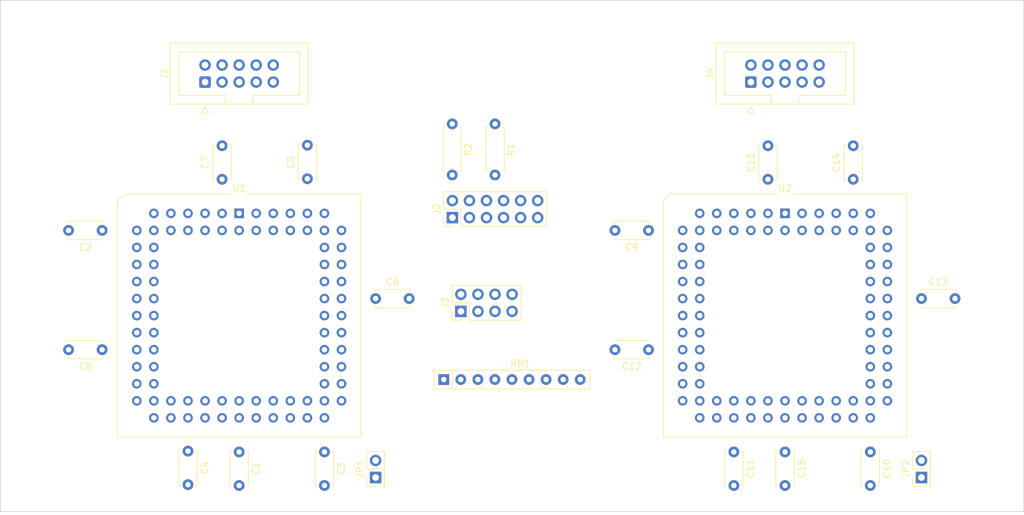
<source format=kicad_pcb>
(kicad_pcb (version 20211014) (generator pcbnew)
  (layers (0 "F.Cu" signal) (31 "B.Cu" signal) (34 "B.Paste" user) (35 "F.Paste" user) (36 "B.SilkS" user "B.Silkscreen") (37 "F.SilkS" user "F.Silkscreen") (38 "B.Mask" user) (39 "F.Mask" user) (44 "Edge.Cuts" user))
  (net 0 "")
  (net 1 "/VCC1")
  (net 2 "GND")
  (net 3 "/VCC2")
  (net 4 "TCK-1")
  (net 5 "TDO-1")
  (net 6 "TMS-1")
  (net 10 "TDI-1")
  (net 11 "ZERO")
  (net 12 "Q7")
  (net 13 "Q6")
  (net 14 "Q5")
  (net 15 "Q4")
  (net 16 "Q3")
  (net 17 "Q2")
  (net 18 "R7")
  (net 19 "R6")
  (net 20 "R5")
  (net 21 "R4")
  (net 22 "TCK-2")
  (net 23 "TDO-2")
  (net 24 "TMS-2")
  (net 28 "TDI-2")
  (net 29 "/VCC")
  (net 30 "~{CPU-RESET}")
  (net 31 "~{IM2-S1}")
  (net 32 "INT-I2C")
  (net 33 "6WS")
  (net 34 "8WS")
  (net 35 "5WS")
  (net 36 "7WS")
  (net 37 "4WS")
  (net 38 "~{IM2-S0}")
  (net 39 "~{IM2-EN}")
  (net 40 "3WS")
  (net 41 "~{IM2-IEO}")
  (net 42 "2WS")
  (net 43 "~{IM2-INT}")
  (net 44 "~{IM2-S2}")
  (net 45 "1WS")
  (net 46 "~{FP-LATCH}")
  (net 47 "CPU-A2")
  (net 48 "~{CS-MAP}")
  (net 49 "~{PAGE-WR}")
  (net 50 "FP-LATCH-WR")
  (net 51 "~{PAGE-EN}")
  (net 52 "READY")
  (net 53 "DATA-DIR")
  (net 54 "~{FP-LATCH-RD}")
  (net 55 "~{A-PRIME}")
  (net 56 "RESET")
  (net 57 "SEL-A15")
  (net 58 "SEL-A14")
  (net 59 "~{CS-I2C}")
  (net 60 "~{CS-I2C-WR}")
  (net 62 "~{EIRQ2}")
  (net 63 "mA15")
  (net 64 "CPU-A1")
  (net 65 "~{CPU-RD}")
  (net 66 "IO-SEL")
  (net 67 "~{EIRQ5}")
  (net 68 "~{EIRQ3}")
  (net 69 "~{INT-I2C}")
  (net 70 "~{EIRQ7}")
  (net 71 "mA14")
  (net 72 "CPU-A14")
  (net 73 "~{CPU-IORQ}")
  (net 74 "~{CPU-MREQ}")
  (net 75 "~{DMA-IEO2}")
  (net 77 "CPU-A15")
  (net 78 "WS-MEMWR")
  (net 79 "~{A}")
  (net 80 "WS-MEMRD")
  (net 81 "~{EIRQ1}")
  (net 82 "~{EIRQ4}")
  (net 83 "~{EIRQ0}")
  (net 84 "~{EIRQ6}")
  (net 85 "CPU-D0")
  (net 86 "~{CPU-RFSH}")
  (net 87 "WS-IORD")
  (net 88 "~{CPU-WR}")
  (net 89 "~{CPU-M1}")
  (net 90 "~{DMA-IEI1}")
  (net 91 "CLK")
  (net 92 "WS-IOWR")
  (net 93 "~{DMA-CS2}")
  (net 94 "DATA-XFER")
  (net 95 "~{DMA-CS1}")
  (net 96 "~{BUSRQ}")
  (net 97 "~{BUS-EN}")
  (net 98 "~{DREQ1}")
  (net 101 "CPU-A3")
  (net 102 "CPU-A0")
  (net 103 "~{DMA-RESET1}")
  (net 104 "DMA-RDY2")
  (net 105 "DMA-RDY1")
  (net 106 "~{DMA-RESET2}")
  (net 107 "~{CS-UART}")
  (net 108 "~{DMA-INT-PULSE2}")
  (net 112 "BUSACK")
  (net 115 "CPU-A4")
  (net 116 "CPU-A7")
  (net 117 "CPU-A6")
  (net 118 "CPU-A5")
  (net 125 "~{DMA-BAO2}")
  (net 126 "~{DREQ0}")
  (net 128 "~{CPU-WAIT}")
  (net 129 "CPU-D3")
  (net 130 "CPU-D2")
  (net 132 "~{DMA-INT-PULSE1}")
  (net 133 "~{CPU-BUSACK}")
  (footprint "Package_LCC:PLCC-84_THT-Socket" (layer "F.Cu") (at 193.04 82.55)
    (fp_text reference "U2" (at 0 -3.77) (layer "F.SilkS"))
    (fp_text value "EPM7064S-PLCC-84")
    (pad "1" thru_hole rect (at 0 0) (size 1.4224 1.4224) (drill 0.8) (layers *.Cu *.Mask) (net 30 "~{CPU-RESET}"))
    (pad "2" thru_hole circle (at 0 2.54) (size 1.4224 1.4224) (drill 0.8) (layers *.Cu *.Mask) (net 2 "GND"))
    (pad "3" thru_hole circle (at -2.54 0) (size 1.4224 1.4224) (drill 0.8) (layers *.Cu *.Mask) (net 3 "/VCC2"))
    (pad "4" thru_hole circle (at -2.54 2.54) (size 1.4224 1.4224) (drill 0.8) (layers *.Cu *.Mask) (net 93 "~{DMA-CS2}"))
    (pad "5" thru_hole circle (at -5.08 0) (size 1.4224 1.4224) (drill 0.8) (layers *.Cu *.Mask) (net 66 "IO-SEL"))
    (pad "6" thru_hole circle (at -5.08 2.54) (size 1.4224 1.4224) (drill 0.8) (layers *.Cu *.Mask) (net 94 "DATA-XFER"))
    (pad "7" thru_hole circle (at -7.62 0) (size 1.4224 1.4224) (drill 0.8) (layers *.Cu *.Mask) (net 2 "GND"))
    (pad "8" thru_hole circle (at -7.62 2.54) (size 1.4224 1.4224) (drill 0.8) (layers *.Cu *.Mask) (net 95 "~{DMA-CS1}"))
    (pad "9" thru_hole circle (at -10.16 0) (size 1.4224 1.4224) (drill 0.8) (layers *.Cu *.Mask) (net 46 "~{FP-LATCH}"))
    (pad "10" thru_hole circle (at -10.16 2.54) (size 1.4224 1.4224) (drill 0.8) (layers *.Cu *.Mask) (net 96 "~{BUSRQ}"))
    (pad "11" thru_hole circle (at -12.7 0) (size 1.4224 1.4224) (drill 0.8) (layers *.Cu *.Mask) (net 18 "R7"))
    (pad "12" thru_hole circle (at -15.24 2.54) (size 1.4224 1.4224) (drill 0.8) (layers *.Cu *.Mask) (net 97 "~{BUS-EN}"))
    (pad "13" thru_hole circle (at -12.7 2.54) (size 1.4224 1.4224) (drill 0.8) (layers *.Cu *.Mask) (net 3 "/VCC2"))
    (pad "14" thru_hole circle (at -15.24 5.08) (size 1.4224 1.4224) (drill 0.8) (layers *.Cu *.Mask) (net 28 "TDI-2"))
    (pad "15" thru_hole circle (at -12.7 5.08) (size 1.4224 1.4224) (drill 0.8) (layers *.Cu *.Mask) (net 17 "Q2"))
    (pad "16" thru_hole circle (at -15.24 7.62) (size 1.4224 1.4224) (drill 0.8) (layers *.Cu *.Mask) (net 16 "Q3"))
    (pad "17" thru_hole circle (at -12.7 7.62) (size 1.4224 1.4224) (drill 0.8) (layers *.Cu *.Mask) (net 98 "~{DREQ1}"))
    (pad "18" thru_hole circle (at -15.24 10.16) (size 1.4224 1.4224) (drill 0.8) (layers *.Cu *.Mask) (net 14 "Q5"))
    (pad "19" thru_hole circle (at -12.7 10.16) (size 1.4224 1.4224) (drill 0.8) (layers *.Cu *.Mask) (net 2 "GND"))
    (pad "20" thru_hole circle (at -15.24 12.7) (size 1.4224 1.4224) (drill 0.8) (layers *.Cu *.Mask) (net 47 "CPU-A2"))
    (pad "21" thru_hole circle (at -12.7 12.7) (size 1.4224 1.4224) (drill 0.8) (layers *.Cu *.Mask))
    (pad "22" thru_hole circle (at -15.24 15.24) (size 1.4224 1.4224) (drill 0.8) (layers *.Cu *.Mask))
    (pad "23" thru_hole circle (at -12.7 15.24) (size 1.4224 1.4224) (drill 0.8) (layers *.Cu *.Mask) (net 24 "TMS-2"))
    (pad "24" thru_hole circle (at -15.24 17.78) (size 1.4224 1.4224) (drill 0.8) (layers *.Cu *.Mask) (net 101 "CPU-A3"))
    (pad "25" thru_hole circle (at -12.7 17.78) (size 1.4224 1.4224) (drill 0.8) (layers *.Cu *.Mask) (net 21 "R4"))
    (pad "26" thru_hole circle (at -15.24 20.32) (size 1.4224 1.4224) (drill 0.8) (layers *.Cu *.Mask) (net 3 "/VCC2"))
    (pad "27" thru_hole circle (at -12.7 20.32) (size 1.4224 1.4224) (drill 0.8) (layers *.Cu *.Mask) (net 102 "CPU-A0"))
    (pad "28" thru_hole circle (at -15.24 22.86) (size 1.4224 1.4224) (drill 0.8) (layers *.Cu *.Mask) (net 103 "~{DMA-RESET1}"))
    (pad "29" thru_hole circle (at -12.7 22.86) (size 1.4224 1.4224) (drill 0.8) (layers *.Cu *.Mask) (net 104 "DMA-RDY2"))
    (pad "30" thru_hole circle (at -15.24 25.4) (size 1.4224 1.4224) (drill 0.8) (layers *.Cu *.Mask) (net 105 "DMA-RDY1"))
    (pad "31" thru_hole circle (at -12.7 25.4) (size 1.4224 1.4224) (drill 0.8) (layers *.Cu *.Mask) (net 106 "~{DMA-RESET2}"))
    (pad "32" thru_hole circle (at -15.24 27.94) (size 1.4224 1.4224) (drill 0.8) (layers *.Cu *.Mask) (net 2 "GND"))
    (pad "33" thru_hole circle (at -12.7 30.48) (size 1.4224 1.4224) (drill 0.8) (layers *.Cu *.Mask) (net 107 "~{CS-UART}"))
    (pad "34" thru_hole circle (at -12.7 27.94) (size 1.4224 1.4224) (drill 0.8) (layers *.Cu *.Mask) (net 64 "CPU-A1"))
    (pad "35" thru_hole circle (at -10.16 30.48) (size 1.4224 1.4224) (drill 0.8) (layers *.Cu *.Mask) (net 108 "~{DMA-INT-PULSE2}"))
    (pad "36" thru_hole circle (at -10.16 27.94) (size 1.4224 1.4224) (drill 0.8) (layers *.Cu *.Mask) (net 48 "~{CS-MAP}"))
    (pad "37" thru_hole circle (at -7.62 30.48) (size 1.4224 1.4224) (drill 0.8) (layers *.Cu *.Mask) (net 85 "CPU-D0"))
    (pad "38" thru_hole circle (at -7.62 27.94) (size 1.4224 1.4224) (drill 0.8) (layers *.Cu *.Mask) (net 3 "/VCC2"))
    (pad "39" thru_hole circle (at -5.08 30.48) (size 1.4224 1.4224) (drill 0.8) (layers *.Cu *.Mask))
    (pad "40" thru_hole circle (at -5.08 27.94) (size 1.4224 1.4224) (drill 0.8) (layers *.Cu *.Mask))
    (pad "41" thru_hole circle (at -2.54 30.48) (size 1.4224 1.4224) (drill 0.8) (layers *.Cu *.Mask))
    (pad "42" thru_hole circle (at -2.54 27.94) (size 1.4224 1.4224) (drill 0.8) (layers *.Cu *.Mask) (net 2 "GND"))
    (pad "43" thru_hole circle (at 0 30.48) (size 1.4224 1.4224) (drill 0.8) (layers *.Cu *.Mask) (net 3 "/VCC2"))
    (pad "44" thru_hole circle (at 0 27.94) (size 1.4224 1.4224) (drill 0.8) (layers *.Cu *.Mask) (net 112 "BUSACK"))
    (pad "45" thru_hole circle (at 2.54 30.48) (size 1.4224 1.4224) (drill 0.8) (layers *.Cu *.Mask))
    (pad "46" thru_hole circle (at 2.54 27.94) (size 1.4224 1.4224) (drill 0.8) (layers *.Cu *.Mask) (net 85 "CPU-D0"))
    (pad "47" thru_hole circle (at 5.08 30.48) (size 1.4224 1.4224) (drill 0.8) (layers *.Cu *.Mask) (net 2 "GND"))
    (pad "48" thru_hole circle (at 5.08 27.94) (size 1.4224 1.4224) (drill 0.8) (layers *.Cu *.Mask))
    (pad "49" thru_hole circle (at 7.62 30.48) (size 1.4224 1.4224) (drill 0.8) (layers *.Cu *.Mask) (net 115 "CPU-A4"))
    (pad "50" thru_hole circle (at 7.62 27.94) (size 1.4224 1.4224) (drill 0.8) (layers *.Cu *.Mask) (net 116 "CPU-A7"))
    (pad "51" thru_hole circle (at 10.16 30.48) (size 1.4224 1.4224) (drill 0.8) (layers *.Cu *.Mask) (net 117 "CPU-A6"))
    (pad "52" thru_hole circle (at 10.16 27.94) (size 1.4224 1.4224) (drill 0.8) (layers *.Cu *.Mask) (net 118 "CPU-A5"))
    (pad "53" thru_hole circle (at 12.7 30.48) (size 1.4224 1.4224) (drill 0.8) (layers *.Cu *.Mask) (net 3 "/VCC2"))
    (pad "54" thru_hole circle (at 15.24 27.94) (size 1.4224 1.4224) (drill 0.8) (layers *.Cu *.Mask))
    (pad "55" thru_hole circle (at 12.7 27.94) (size 1.4224 1.4224) (drill 0.8) (layers *.Cu *.Mask))
    (pad "56" thru_hole circle (at 15.24 25.4) (size 1.4224 1.4224) (drill 0.8) (layers *.Cu *.Mask) (net 20 "R5"))
    (pad "57" thru_hole circle (at 12.7 25.4) (size 1.4224 1.4224) (drill 0.8) (layers *.Cu *.Mask))
    (pad "58" thru_hole circle (at 15.24 22.86) (size 1.4224 1.4224) (drill 0.8) (layers *.Cu *.Mask) (net 19 "R6"))
    (pad "59" thru_hole circle (at 12.7 22.86) (size 1.4224 1.4224) (drill 0.8) (layers *.Cu *.Mask) (net 2 "GND"))
    (pad "60" thru_hole circle (at 15.24 20.32) (size 1.4224 1.4224) (drill 0.8) (layers *.Cu *.Mask) (net 89 "~{CPU-M1}"))
    (pad "61" thru_hole circle (at 12.7 20.32) (size 1.4224 1.4224) (drill 0.8) (layers *.Cu *.Mask) (net 73 "~{CPU-IORQ}"))
    (pad "62" thru_hole circle (at 15.24 17.78) (size 1.4224 1.4224) (drill 0.8) (layers *.Cu *.Mask) (net 22 "TCK-2"))
    (pad "63" thru_hole circle (at 12.7 17.78) (size 1.4224 1.4224) (drill 0.8) (layers *.Cu *.Mask))
    (pad "64" thru_hole circle (at 15.24 15.24) (size 1.4224 1.4224) (drill 0.8) (layers *.Cu *.Mask))
    (pad "65" thru_hole circle (at 12.7 15.24) (size 1.4224 1.4224) (drill 0.8) (layers *.Cu *.Mask))
    (pad "66" thru_hole circle (at 15.24 12.7) (size 1.4224 1.4224) (drill 0.8) (layers *.Cu *.Mask) (net 3 "/VCC2"))
    (pad "67" thru_hole circle (at 12.7 12.7) (size 1.4224 1.4224) (drill 0.8) (layers *.Cu *.Mask) (net 125 "~{DMA-BAO2}"))
    (pad "68" thru_hole circle (at 15.24 10.16) (size 1.4224 1.4224) (drill 0.8) (layers *.Cu *.Mask) (net 88 "~{CPU-WR}"))
    (pad "69" thru_hole circle (at 12.7 10.16) (size 1.4224 1.4224) (drill 0.8) (layers *.Cu *.Mask) (net 15 "Q4"))
    (pad "70" thru_hole circle (at 15.24 7.62) (size 1.4224 1.4224) (drill 0.8) (layers *.Cu *.Mask) (net 126 "~{DREQ0}"))
    (pad "71" thru_hole circle (at 12.7 7.62) (size 1.4224 1.4224) (drill 0.8) (layers *.Cu *.Mask) (net 23 "TDO-2"))
    (pad "72" thru_hole circle (at 15.24 5.08) (size 1.4224 1.4224) (drill 0.8) (layers *.Cu *.Mask) (net 2 "GND"))
    (pad "73" thru_hole circle (at 12.7 5.08) (size 1.4224 1.4224) (drill 0.8) (layers *.Cu *.Mask))
    (pad "74" thru_hole circle (at 15.24 2.54) (size 1.4224 1.4224) (drill 0.8) (layers *.Cu *.Mask) (net 128 "~{CPU-WAIT}"))
    (pad "75" thru_hole circle (at 12.7 0) (size 1.4224 1.4224) (drill 0.8) (layers *.Cu *.Mask) (net 129 "CPU-D3"))
    (pad "76" thru_hole circle (at 12.7 2.54) (size 1.4224 1.4224) (drill 0.8) (layers *.Cu *.Mask) (net 130 "CPU-D2"))
    (pad "77" thru_hole circle (at 10.16 0) (size 1.4224 1.4224) (drill 0.8) (layers *.Cu *.Mask))
    (pad "78" thru_hole circle (at 10.16 2.54) (size 1.4224 1.4224) (drill 0.8) (layers *.Cu *.Mask) (net 3 "/VCC2"))
    (pad "79" thru_hole circle (at 7.62 0) (size 1.4224 1.4224) (drill 0.8) (layers *.Cu *.Mask) (net 132 "~{DMA-INT-PULSE1}"))
    (pad "80" thru_hole circle (at 7.62 2.54) (size 1.4224 1.4224) (drill 0.8) (layers *.Cu *.Mask) (net 12 "Q7"))
    (pad "81" thru_hole circle (at 5.08 0) (size 1.4224 1.4224) (drill 0.8) (layers *.Cu *.Mask) (net 13 "Q6"))
    (pad "82" thru_hole circle (at 5.08 2.54) (size 1.4224 1.4224) (drill 0.8) (layers *.Cu *.Mask) (net 2 "GND"))
    (pad "83" thru_hole circle (at 2.54 0) (size 1.4224 1.4224) (drill 0.8) (layers *.Cu *.Mask) (net 2 "GND"))
    (pad "84" thru_hole circle (at 2.54 2.54) (size 1.4224 1.4224) (drill 0.8) (layers *.Cu *.Mask) (net 133 "~{CPU-BUSACK}"))
  )
  (footprint "Capacitor_THT:C_Disc_D5.0mm_W2.5mm_P5.00mm" (layer "F.Cu") (at 91.36 102.87 180)
    (fp_text reference "C8" (at 2.5 -2.5) (layer "F.SilkS"))
    (fp_text value "0.1u")
    (pad "1" thru_hole circle (at 0 0 180) (size 1.6 1.6) (drill 0.8) (layers *.Cu *.Mask) (net 1 "/VCC1"))
    (pad "2" thru_hole circle (at 5 0 180) (size 1.6 1.6) (drill 0.8) (layers *.Cu *.Mask) (net 2 "GND"))
  )
  (footprint "Capacitor_THT:C_Disc_D5.0mm_W2.5mm_P5.00mm" (layer "F.Cu") (at 121.92 77.39 90)
    (fp_text reference "C5" (at 2.5 -2.5 90) (layer "F.SilkS"))
    (fp_text value "0.1u")
    (pad "1" thru_hole circle (at 0 0 90) (size 1.6 1.6) (drill 0.8) (layers *.Cu *.Mask) (net 1 "/VCC1"))
    (pad "2" thru_hole circle (at 5 0 90) (size 1.6 1.6) (drill 0.8) (layers *.Cu *.Mask) (net 2 "GND"))
  )
  (footprint "Package_LCC:PLCC-84_THT-Socket" (layer "F.Cu") (at 111.76 82.55)
    (fp_text reference "U1" (at 0 -3.77) (layer "F.SilkS"))
    (fp_text value "EPM7064S-PLCC-84")
    (pad "1" thru_hole rect (at 0 0) (size 1.4224 1.4224) (drill 0.8) (layers *.Cu *.Mask) (net 30 "~{CPU-RESET}"))
    (pad "2" thru_hole circle (at 0 2.54) (size 1.4224 1.4224) (drill 0.8) (layers *.Cu *.Mask) (net 2 "GND"))
    (pad "3" thru_hole circle (at -2.54 0) (size 1.4224 1.4224) (drill 0.8) (layers *.Cu *.Mask) (net 1 "/VCC1"))
    (pad "4" thru_hole circle (at -2.54 2.54) (size 1.4224 1.4224) (drill 0.8) (layers *.Cu *.Mask) (net 31 "~{IM2-S1}"))
    (pad "5" thru_hole circle (at -5.08 0) (size 1.4224 1.4224) (drill 0.8) (layers *.Cu *.Mask) (net 32 "INT-I2C"))
    (pad "6" thru_hole circle (at -5.08 2.54) (size 1.4224 1.4224) (drill 0.8) (layers *.Cu *.Mask) (net 33 "6WS"))
    (pad "7" thru_hole circle (at -7.62 0) (size 1.4224 1.4224) (drill 0.8) (layers *.Cu *.Mask) (net 2 "GND"))
    (pad "8" thru_hole circle (at -7.62 2.54) (size 1.4224 1.4224) (drill 0.8) (layers *.Cu *.Mask) (net 34 "8WS"))
    (pad "9" thru_hole circle (at -10.16 0) (size 1.4224 1.4224) (drill 0.8) (layers *.Cu *.Mask) (net 35 "5WS"))
    (pad "10" thru_hole circle (at -10.16 2.54) (size 1.4224 1.4224) (drill 0.8) (layers *.Cu *.Mask) (net 36 "7WS"))
    (pad "11" thru_hole circle (at -12.7 0) (size 1.4224 1.4224) (drill 0.8) (layers *.Cu *.Mask) (net 37 "4WS"))
    (pad "12" thru_hole circle (at -15.24 2.54) (size 1.4224 1.4224) (drill 0.8) (layers *.Cu *.Mask) (net 38 "~{IM2-S0}"))
    (pad "13" thru_hole circle (at -12.7 2.54) (size 1.4224 1.4224) (drill 0.8) (layers *.Cu *.Mask) (net 1 "/VCC1"))
    (pad "14" thru_hole circle (at -15.24 5.08) (size 1.4224 1.4224) (drill 0.8) (layers *.Cu *.Mask) (net 10 "TDI-1"))
    (pad "15" thru_hole circle (at -12.7 5.08) (size 1.4224 1.4224) (drill 0.8) (layers *.Cu *.Mask) (net 39 "~{IM2-EN}"))
    (pad "16" thru_hole circle (at -15.24 7.62) (size 1.4224 1.4224) (drill 0.8) (layers *.Cu *.Mask) (net 40 "3WS"))
    (pad "17" thru_hole circle (at -12.7 7.62) (size 1.4224 1.4224) (drill 0.8) (layers *.Cu *.Mask) (net 41 "~{IM2-IEO}"))
    (pad "18" thru_hole circle (at -15.24 10.16) (size 1.4224 1.4224) (drill 0.8) (layers *.Cu *.Mask) (net 42 "2WS"))
    (pad "19" thru_hole circle (at -12.7 10.16) (size 1.4224 1.4224) (drill 0.8) (layers *.Cu *.Mask) (net 2 "GND"))
    (pad "20" thru_hole circle (at -15.24 12.7) (size 1.4224 1.4224) (drill 0.8) (layers *.Cu *.Mask) (net 43 "~{IM2-INT}"))
    (pad "21" thru_hole circle (at -12.7 12.7) (size 1.4224 1.4224) (drill 0.8) (layers *.Cu *.Mask) (net 44 "~{IM2-S2}"))
    (pad "22" thru_hole circle (at -15.24 15.24) (size 1.4224 1.4224) (drill 0.8) (layers *.Cu *.Mask) (net 45 "1WS"))
    (pad "23" thru_hole circle (at -12.7 15.24) (size 1.4224 1.4224) (drill 0.8) (layers *.Cu *.Mask) (net 6 "TMS-1"))
    (pad "24" thru_hole circle (at -15.24 17.78) (size 1.4224 1.4224) (drill 0.8) (layers *.Cu *.Mask) (net 46 "~{FP-LATCH}"))
    (pad "25" thru_hole circle (at -12.7 17.78) (size 1.4224 1.4224) (drill 0.8) (layers *.Cu *.Mask) (net 47 "CPU-A2"))
    (pad "26" thru_hole circle (at -15.24 20.32) (size 1.4224 1.4224) (drill 0.8) (layers *.Cu *.Mask) (net 1 "/VCC1"))
    (pad "27" thru_hole circle (at -12.7 20.32) (size 1.4224 1.4224) (drill 0.8) (layers *.Cu *.Mask) (net 48 "~{CS-MAP}"))
    (pad "28" thru_hole circle (at -15.24 22.86) (size 1.4224 1.4224) (drill 0.8) (layers *.Cu *.Mask) (net 49 "~{PAGE-WR}"))
    (pad "29" thru_hole circle (at -12.7 22.86) (size 1.4224 1.4224) (drill 0.8) (layers *.Cu *.Mask) (net 50 "FP-LATCH-WR"))
    (pad "30" thru_hole circle (at -15.24 25.4) (size 1.4224 1.4224) (drill 0.8) (layers *.Cu *.Mask) (net 51 "~{PAGE-EN}"))
    (pad "31" thru_hole circle (at -12.7 25.4) (size 1.4224 1.4224) (drill 0.8) (layers *.Cu *.Mask) (net 52 "READY"))
    (pad "32" thru_hole circle (at -15.24 27.94) (size 1.4224 1.4224) (drill 0.8) (layers *.Cu *.Mask) (net 2 "GND"))
    (pad "33" thru_hole circle (at -12.7 30.48) (size 1.4224 1.4224) (drill 0.8) (layers *.Cu *.Mask) (net 53 "DATA-DIR"))
    (pad "34" thru_hole circle (at -12.7 27.94) (size 1.4224 1.4224) (drill 0.8) (layers *.Cu *.Mask) (net 54 "~{FP-LATCH-RD}"))
    (pad "35" thru_hole circle (at -10.16 30.48) (size 1.4224 1.4224) (drill 0.8) (layers *.Cu *.Mask) (net 55 "~{A-PRIME}"))
    (pad "36" thru_hole circle (at -10.16 27.94) (size 1.4224 1.4224) (drill 0.8) (layers *.Cu *.Mask) (net 56 "RESET"))
    (pad "37" thru_hole circle (at -7.62 30.48) (size 1.4224 1.4224) (drill 0.8) (layers *.Cu *.Mask) (net 57 "SEL-A15"))
    (pad "38" thru_hole circle (at -7.62 27.94) (size 1.4224 1.4224) (drill 0.8) (layers *.Cu *.Mask) (net 1 "/VCC1"))
    (pad "39" thru_hole circle (at -5.08 30.48) (size 1.4224 1.4224) (drill 0.8) (layers *.Cu *.Mask) (net 58 "SEL-A14"))
    (pad "40" thru_hole circle (at -5.08 27.94) (size 1.4224 1.4224) (drill 0.8) (layers *.Cu *.Mask) (net 59 "~{CS-I2C}"))
    (pad "41" thru_hole circle (at -2.54 30.48) (size 1.4224 1.4224) (drill 0.8) (layers *.Cu *.Mask) (net 60 "~{CS-I2C-WR}"))
    (pad "42" thru_hole circle (at -2.54 27.94) (size 1.4224 1.4224) (drill 0.8) (layers *.Cu *.Mask) (net 2 "GND"))
    (pad "43" thru_hole circle (at 0 30.48) (size 1.4224 1.4224) (drill 0.8) (layers *.Cu *.Mask) (net 1 "/VCC1"))
    (pad "44" thru_hole circle (at 0 27.94) (size 1.4224 1.4224) (drill 0.8) (layers *.Cu *.Mask))
    (pad "45" thru_hole circle (at 2.54 30.48) (size 1.4224 1.4224) (drill 0.8) (layers *.Cu *.Mask) (net 62 "~{EIRQ2}"))
    (pad "46" thru_hole circle (at 2.54 27.94) (size 1.4224 1.4224) (drill 0.8) (layers *.Cu *.Mask) (net 63 "mA15"))
    (pad "47" thru_hole circle (at 5.08 30.48) (size 1.4224 1.4224) (drill 0.8) (layers *.Cu *.Mask) (net 2 "GND"))
    (pad "48" thru_hole circle (at 5.08 27.94) (size 1.4224 1.4224) (drill 0.8) (layers *.Cu *.Mask) (net 64 "CPU-A1"))
    (pad "49" thru_hole circle (at 7.62 30.48) (size 1.4224 1.4224) (drill 0.8) (layers *.Cu *.Mask) (net 65 "~{CPU-RD}"))
    (pad "50" thru_hole circle (at 7.62 27.94) (size 1.4224 1.4224) (drill 0.8) (layers *.Cu *.Mask) (net 66 "IO-SEL"))
    (pad "51" thru_hole circle (at 10.16 30.48) (size 1.4224 1.4224) (drill 0.8) (layers *.Cu *.Mask) (net 67 "~{EIRQ5}"))
    (pad "52" thru_hole circle (at 10.16 27.94) (size 1.4224 1.4224) (drill 0.8) (layers *.Cu *.Mask) (net 68 "~{EIRQ3}"))
    (pad "53" thru_hole circle (at 12.7 30.48) (size 1.4224 1.4224) (drill 0.8) (layers *.Cu *.Mask) (net 1 "/VCC1"))
    (pad "54" thru_hole circle (at 15.24 27.94) (size 1.4224 1.4224) (drill 0.8) (layers *.Cu *.Mask) (net 69 "~{INT-I2C}"))
    (pad "55" thru_hole circle (at 12.7 27.94) (size 1.4224 1.4224) (drill 0.8) (layers *.Cu *.Mask) (net 70 "~{EIRQ7}"))
    (pad "56" thru_hole circle (at 15.24 25.4) (size 1.4224 1.4224) (drill 0.8) (layers *.Cu *.Mask) (net 71 "mA14"))
    (pad "57" thru_hole circle (at 12.7 25.4) (size 1.4224 1.4224) (drill 0.8) (layers *.Cu *.Mask) (net 72 "CPU-A14"))
    (pad "58" thru_hole circle (at 15.24 22.86) (size 1.4224 1.4224) (drill 0.8) (layers *.Cu *.Mask) (net 73 "~{CPU-IORQ}"))
    (pad "59" thru_hole circle (at 12.7 22.86) (size 1.4224 1.4224) (drill 0.8) (layers *.Cu *.Mask) (net 2 "GND"))
    (pad "60" thru_hole circle (at 15.24 20.32) (size 1.4224 1.4224) (drill 0.8) (layers *.Cu *.Mask) (net 74 "~{CPU-MREQ}"))
    (pad "61" thru_hole circle (at 12.7 20.32) (size 1.4224 1.4224) (drill 0.8) (layers *.Cu *.Mask) (net 75 "~{DMA-IEO2}"))
    (pad "62" thru_hole circle (at 15.24 17.78) (size 1.4224 1.4224) (drill 0.8) (layers *.Cu *.Mask) (net 4 "TCK-1"))
    (pad "63" thru_hole circle (at 12.7 17.78) (size 1.4224 1.4224) (drill 0.8) (layers *.Cu *.Mask))
    (pad "64" thru_hole circle (at 15.24 15.24) (size 1.4224 1.4224) (drill 0.8) (layers *.Cu *.Mask) (net 77 "CPU-A15"))
    (pad "65" thru_hole circle (at 12.7 15.24) (size 1.4224 1.4224) (drill 0.8) (layers *.Cu *.Mask) (net 78 "WS-MEMWR"))
    (pad "66" thru_hole circle (at 15.24 12.7) (size 1.4224 1.4224) (drill 0.8) (layers *.Cu *.Mask) (net 1 "/VCC1"))
    (pad "67" thru_hole circle (at 12.7 12.7) (size 1.4224 1.4224) (drill 0.8) (layers *.Cu *.Mask) (net 79 "~{A}"))
    (pad "68" thru_hole circle (at 15.24 10.16) (size 1.4224 1.4224) (drill 0.8) (layers *.Cu *.Mask) (net 80 "WS-MEMRD"))
    (pad "69" thru_hole circle (at 12.7 10.16) (size 1.4224 1.4224) (drill 0.8) (layers *.Cu *.Mask) (net 81 "~{EIRQ1}"))
    (pad "70" thru_hole circle (at 15.24 7.62) (size 1.4224 1.4224) (drill 0.8) (layers *.Cu *.Mask) (net 82 "~{EIRQ4}"))
    (pad "71" thru_hole circle (at 12.7 7.62) (size 1.4224 1.4224) (drill 0.8) (layers *.Cu *.Mask) (net 5 "TDO-1"))
    (pad "72" thru_hole circle (at 15.24 5.08) (size 1.4224 1.4224) (drill 0.8) (layers *.Cu *.Mask) (net 2 "GND"))
    (pad "73" thru_hole circle (at 12.7 5.08) (size 1.4224 1.4224) (drill 0.8) (layers *.Cu *.Mask) (net 83 "~{EIRQ0}"))
    (pad "74" thru_hole circle (at 15.24 2.54) (size 1.4224 1.4224) (drill 0.8) (layers *.Cu *.Mask) (net 84 "~{EIRQ6}"))
    (pad "75" thru_hole circle (at 12.7 0) (size 1.4224 1.4224) (drill 0.8) (layers *.Cu *.Mask) (net 85 "CPU-D0"))
    (pad "76" thru_hole circle (at 12.7 2.54) (size 1.4224 1.4224) (drill 0.8) (layers *.Cu *.Mask) (net 86 "~{CPU-RFSH}"))
    (pad "77" thru_hole circle (at 10.16 0) (size 1.4224 1.4224) (drill 0.8) (layers *.Cu *.Mask) (net 87 "WS-IORD"))
    (pad "78" thru_hole circle (at 10.16 2.54) (size 1.4224 1.4224) (drill 0.8) (layers *.Cu *.Mask) (net 1 "/VCC1"))
    (pad "79" thru_hole circle (at 7.62 0) (size 1.4224 1.4224) (drill 0.8) (layers *.Cu *.Mask) (net 88 "~{CPU-WR}"))
    (pad "80" thru_hole circle (at 7.62 2.54) (size 1.4224 1.4224) (drill 0.8) (layers *.Cu *.Mask) (net 89 "~{CPU-M1}"))
    (pad "81" thru_hole circle (at 5.08 0) (size 1.4224 1.4224) (drill 0.8) (layers *.Cu *.Mask) (net 90 "~{DMA-IEI1}"))
    (pad "82" thru_hole circle (at 5.08 2.54) (size 1.4224 1.4224) (drill 0.8) (layers *.Cu *.Mask) (net 2 "GND"))
    (pad "83" thru_hole circle (at 2.54 0) (size 1.4224 1.4224) (drill 0.8) (layers *.Cu *.Mask) (net 91 "CLK"))
    (pad "84" thru_hole circle (at 2.54 2.54) (size 1.4224 1.4224) (drill 0.8) (layers *.Cu *.Mask) (net 92 "WS-IOWR"))
  )
  (footprint "Capacitor_THT:C_Disc_D5.0mm_W2.5mm_P5.00mm" (layer "F.Cu") (at 104.14 117.99 -90)
    (fp_text reference "C4" (at 2.5 -2.5 90) (layer "F.SilkS"))
    (fp_text value "0.1u")
    (pad "1" thru_hole circle (at 0 0 270) (size 1.6 1.6) (drill 0.8) (layers *.Cu *.Mask) (net 1 "/VCC1"))
    (pad "2" thru_hole circle (at 5 0 270) (size 1.6 1.6) (drill 0.8) (layers *.Cu *.Mask) (net 2 "GND"))
  )
  (footprint "Capacitor_THT:C_Disc_D5.0mm_W2.5mm_P5.00mm" (layer "F.Cu") (at 111.76 118.11 -90)
    (fp_text reference "C1" (at 2.5 -2.5 90) (layer "F.SilkS"))
    (fp_text value "0.1u")
    (pad "1" thru_hole circle (at 0 0 270) (size 1.6 1.6) (drill 0.8) (layers *.Cu *.Mask) (net 1 "/VCC1"))
    (pad "2" thru_hole circle (at 5 0 270) (size 1.6 1.6) (drill 0.8) (layers *.Cu *.Mask) (net 2 "GND"))
  )
  (footprint "Connector_PinHeader_2.54mm:PinHeader_2x01_P2.54mm_Vertical" (layer "F.Cu") (at 132.08 121.92 90)
    (fp_text reference "JP1" (at 1.27 -2.33 90) (layer "F.SilkS"))
    (fp_text value "Jumper_2_Bridged")
    (pad "1" thru_hole rect (at 0 0 90) (size 1.7 1.7) (drill 1) (layers *.Cu *.Mask) (net 29 "/VCC"))
    (pad "2" thru_hole oval (at 2.54 0 90) (size 1.7 1.7) (drill 1) (layers *.Cu *.Mask) (net 1 "/VCC1"))
  )
  (footprint "Connector_PinHeader_2.54mm:PinHeader_2x06_P2.54mm_Vertical" (layer "F.Cu") (at 143.51 83.19 90)
    (fp_text reference "J2" (at 1.27 -2.33 90) (layer "F.SilkS"))
    (fp_text value "Conn_02x06_Odd_Even")
    (pad "1" thru_hole rect (at 0 0 90) (size 1.7 1.7) (drill 1) (layers *.Cu *.Mask) (net 11 "ZERO"))
    (pad "2" thru_hole oval (at 2.54 0 90) (size 1.7 1.7) (drill 1) (layers *.Cu *.Mask) (net 12 "Q7"))
    (pad "3" thru_hole oval (at 0 2.54 90) (size 1.7 1.7) (drill 1) (layers *.Cu *.Mask) (net 11 "ZERO"))
    (pad "4" thru_hole oval (at 2.54 2.54 90) (size 1.7 1.7) (drill 1) (layers *.Cu *.Mask) (net 13 "Q6"))
    (pad "5" thru_hole oval (at 0 5.08 90) (size 1.7 1.7) (drill 1) (layers *.Cu *.Mask) (net 11 "ZERO"))
    (pad "6" thru_hole oval (at 2.54 5.08 90) (size 1.7 1.7) (drill 1) (layers *.Cu *.Mask) (net 14 "Q5"))
    (pad "7" thru_hole oval (at 0 7.62 90) (size 1.7 1.7) (drill 1) (layers *.Cu *.Mask) (net 11 "ZERO"))
    (pad "8" thru_hole oval (at 2.54 7.62 90) (size 1.7 1.7) (drill 1) (layers *.Cu *.Mask) (net 15 "Q4"))
    (pad "9" thru_hole oval (at 0 10.16 90) (size 1.7 1.7) (drill 1) (layers *.Cu *.Mask) (net 11 "ZERO"))
    (pad "10" thru_hole oval (at 2.54 10.16 90) (size 1.7 1.7) (drill 1) (layers *.Cu *.Mask) (net 16 "Q3"))
    (pad "11" thru_hole oval (at 0 12.7 90) (size 1.7 1.7) (drill 1) (layers *.Cu *.Mask) (net 11 "ZERO"))
    (pad "12" thru_hole oval (at 2.54 12.7 90) (size 1.7 1.7) (drill 1) (layers *.Cu *.Mask) (net 17 "Q2"))
  )
  (footprint "Capacitor_THT:C_Disc_D5.0mm_W2.5mm_P5.00mm" (layer "F.Cu") (at 172.72 85.09 180)
    (fp_text reference "C9" (at 2.5 -2.5) (layer "F.SilkS"))
    (fp_text value "0.1u")
    (pad "1" thru_hole circle (at 0 0 180) (size 1.6 1.6) (drill 0.8) (layers *.Cu *.Mask) (net 3 "/VCC2"))
    (pad "2" thru_hole circle (at 5 0 180) (size 1.6 1.6) (drill 0.8) (layers *.Cu *.Mask) (net 2 "GND"))
  )
  (footprint "Capacitor_THT:C_Disc_D5.0mm_W2.5mm_P5.00mm" (layer "F.Cu") (at 205.74 118.11 -90)
    (fp_text reference "C10" (at 2.5 -2.5 90) (layer "F.SilkS"))
    (fp_text value "0.1u")
    (pad "1" thru_hole circle (at 0 0 270) (size 1.6 1.6) (drill 0.8) (layers *.Cu *.Mask) (net 3 "/VCC2"))
    (pad "2" thru_hole circle (at 5 0 270) (size 1.6 1.6) (drill 0.8) (layers *.Cu *.Mask) (net 2 "GND"))
  )
  (footprint "Capacitor_THT:C_Disc_D5.0mm_W2.5mm_P5.00mm" (layer "F.Cu") (at 91.36 85.09 180)
    (fp_text reference "C2" (at 2.5 -2.5) (layer "F.SilkS"))
    (fp_text value "0.1u")
    (pad "1" thru_hole circle (at 0 0 180) (size 1.6 1.6) (drill 0.8) (layers *.Cu *.Mask) (net 1 "/VCC1"))
    (pad "2" thru_hole circle (at 5 0 180) (size 1.6 1.6) (drill 0.8) (layers *.Cu *.Mask) (net 2 "GND"))
  )
  (footprint "Connector_IDC:IDC-Header_2x05_P2.54mm_Vertical" (layer "F.Cu") (at 187.96 62.9825 90)
    (fp_text reference "J4" (at 1.27 -6.1 90) (layer "F.SilkS"))
    (fp_text value "JTAG-2")
    (pad "1" thru_hole roundrect (at 0 0 90) (size 1.7 1.7) (drill 1) (layers *.Cu *.Mask) (roundrect_rratio 0.147059) (net 22 "TCK-2"))
    (pad "2" thru_hole circle (at 2.54 0 90) (size 1.7 1.7) (drill 1) (layers *.Cu *.Mask) (net 2 "GND"))
    (pad "3" thru_hole circle (at 0 2.54 90) (size 1.7 1.7) (drill 1) (layers *.Cu *.Mask) (net 23 "TDO-2"))
    (pad "4" thru_hole circle (at 2.54 2.54 90) (size 1.7 1.7) (drill 1) (layers *.Cu *.Mask) (net 3 "/VCC2"))
    (pad "5" thru_hole circle (at 0 5.08 90) (size 1.7 1.7) (drill 1) (layers *.Cu *.Mask) (net 24 "TMS-2"))
    (pad "6" thru_hole circle (at 2.54 5.08 90) (size 1.7 1.7) (drill 1) (layers *.Cu *.Mask))
    (pad "7" thru_hole circle (at 0 7.62 90) (size 1.7 1.7) (drill 1) (layers *.Cu *.Mask))
    (pad "8" thru_hole circle (at 2.54 7.62 90) (size 1.7 1.7) (drill 1) (layers *.Cu *.Mask))
    (pad "9" thru_hole circle (at 0 10.16 90) (size 1.7 1.7) (drill 1) (layers *.Cu *.Mask) (net 28 "TDI-2"))
    (pad "10" thru_hole circle (at 2.54 10.16 90) (size 1.7 1.7) (drill 1) (layers *.Cu *.Mask) (net 2 "GND"))
  )
  (footprint "Capacitor_THT:C_Disc_D5.0mm_W2.5mm_P5.00mm" (layer "F.Cu") (at 203.2 77.47 90)
    (fp_text reference "C14" (at 2.5 -2.5 90) (layer "F.SilkS"))
    (fp_text value "0.1u")
    (pad "1" thru_hole circle (at 0 0 90) (size 1.6 1.6) (drill 0.8) (layers *.Cu *.Mask) (net 3 "/VCC2"))
    (pad "2" thru_hole circle (at 5 0 90) (size 1.6 1.6) (drill 0.8) (layers *.Cu *.Mask) (net 2 "GND"))
  )
  (footprint "Connector_IDC:IDC-Header_2x05_P2.54mm_Vertical" (layer "F.Cu") (at 106.68 62.9825 90)
    (fp_text reference "J1" (at 1.27 -6.1 90) (layer "F.SilkS"))
    (fp_text value "JTAG-1")
    (pad "1" thru_hole roundrect (at 0 0 90) (size 1.7 1.7) (drill 1) (layers *.Cu *.Mask) (roundrect_rratio 0.147059) (net 4 "TCK-1"))
    (pad "2" thru_hole circle (at 2.54 0 90) (size 1.7 1.7) (drill 1) (layers *.Cu *.Mask) (net 2 "GND"))
    (pad "3" thru_hole circle (at 0 2.54 90) (size 1.7 1.7) (drill 1) (layers *.Cu *.Mask) (net 5 "TDO-1"))
    (pad "4" thru_hole circle (at 2.54 2.54 90) (size 1.7 1.7) (drill 1) (layers *.Cu *.Mask) (net 1 "/VCC1"))
    (pad "5" thru_hole circle (at 0 5.08 90) (size 1.7 1.7) (drill 1) (layers *.Cu *.Mask) (net 6 "TMS-1"))
    (pad "6" thru_hole circle (at 2.54 5.08 90) (size 1.7 1.7) (drill 1) (layers *.Cu *.Mask))
    (pad "7" thru_hole circle (at 0 7.62 90) (size 1.7 1.7) (drill 1) (layers *.Cu *.Mask))
    (pad "8" thru_hole circle (at 2.54 7.62 90) (size 1.7 1.7) (drill 1) (layers *.Cu *.Mask))
    (pad "9" thru_hole circle (at 0 10.16 90) (size 1.7 1.7) (drill 1) (layers *.Cu *.Mask) (net 10 "TDI-1"))
    (pad "10" thru_hole circle (at 2.54 10.16 90) (size 1.7 1.7) (drill 1) (layers *.Cu *.Mask) (net 2 "GND"))
  )
  (footprint "Connector_PinHeader_2.54mm:PinHeader_2x01_P2.54mm_Vertical" (layer "F.Cu") (at 213.36 121.92 90)
    (fp_text reference "JP2" (at 1.27 -2.33 90) (layer "F.SilkS"))
    (fp_text value "Jumper_2_Bridged")
    (pad "1" thru_hole rect (at 0 0 90) (size 1.7 1.7) (drill 1) (layers *.Cu *.Mask) (net 29 "/VCC"))
    (pad "2" thru_hole oval (at 2.54 0 90) (size 1.7 1.7) (drill 1) (layers *.Cu *.Mask) (net 3 "/VCC2"))
  )
  (footprint "Capacitor_THT:C_Disc_D5.0mm_W2.5mm_P5.00mm" (layer "F.Cu") (at 190.5 77.47 90)
    (fp_text reference "C15" (at 2.5 -2.5 90) (layer "F.SilkS"))
    (fp_text value "0.1u")
    (pad "1" thru_hole circle (at 0 0 90) (size 1.6 1.6) (drill 0.8) (layers *.Cu *.Mask) (net 3 "/VCC2"))
    (pad "2" thru_hole circle (at 5 0 90) (size 1.6 1.6) (drill 0.8) (layers *.Cu *.Mask) (net 2 "GND"))
  )
  (footprint "Capacitor_THT:C_Disc_D5.0mm_W2.5mm_P5.00mm" (layer "F.Cu") (at 132.08 95.25)
    (fp_text reference "C6" (at 2.5 -2.5) (layer "F.SilkS"))
    (fp_text value "0.1u")
    (pad "1" thru_hole circle (at 0 0) (size 1.6 1.6) (drill 0.8) (layers *.Cu *.Mask) (net 1 "/VCC1"))
    (pad "2" thru_hole circle (at 5 0) (size 1.6 1.6) (drill 0.8) (layers *.Cu *.Mask) (net 2 "GND"))
  )
  (footprint "Capacitor_THT:C_Disc_D5.0mm_W2.5mm_P5.00mm" (layer "F.Cu") (at 213.36 95.25)
    (fp_text reference "C13" (at 2.5 -2.5) (layer "F.SilkS"))
    (fp_text value "0.1u")
    (pad "1" thru_hole circle (at 0 0) (size 1.6 1.6) (drill 0.8) (layers *.Cu *.Mask) (net 3 "/VCC2"))
    (pad "2" thru_hole circle (at 5 0) (size 1.6 1.6) (drill 0.8) (layers *.Cu *.Mask) (net 2 "GND"))
  )
  (footprint "Capacitor_THT:C_Disc_D5.0mm_W2.5mm_P5.00mm" (layer "F.Cu") (at 172.72 102.87 180)
    (fp_text reference "C12" (at 2.5 -2.5) (layer "F.SilkS"))
    (fp_text value "0.1u")
    (pad "1" thru_hole circle (at 0 0 180) (size 1.6 1.6) (drill 0.8) (layers *.Cu *.Mask) (net 3 "/VCC2"))
    (pad "2" thru_hole circle (at 5 0 180) (size 1.6 1.6) (drill 0.8) (layers *.Cu *.Mask) (net 2 "GND"))
  )
  (footprint "Resistor_THT:R_Axial_DIN0207_L6.3mm_D2.5mm_P7.62mm_Horizontal" (layer "F.Cu") (at 143.49 69.215 -90)
    (fp_text reference "R2" (at 3.81 -2.37 90) (layer "F.SilkS"))
    (fp_text value "10K")
    (pad "1" thru_hole circle (at 0 0 270) (size 1.6 1.6) (drill 0.8) (layers *.Cu *.Mask) (net 3 "/VCC2"))
    (pad "2" thru_hole oval (at 7.62 0 270) (size 1.6 1.6) (drill 0.8) (layers *.Cu *.Mask) (net 12 "Q7"))
  )
  (footprint "Capacitor_THT:C_Disc_D5.0mm_W2.5mm_P5.00mm" (layer "F.Cu") (at 124.46 118.11 -90)
    (fp_text reference "C3" (at 2.5 -2.5 90) (layer "F.SilkS"))
    (fp_text value "0.1u")
    (pad "1" thru_hole circle (at 0 0 270) (size 1.6 1.6) (drill 0.8) (layers *.Cu *.Mask) (net 1 "/VCC1"))
    (pad "2" thru_hole circle (at 5 0 270) (size 1.6 1.6) (drill 0.8) (layers *.Cu *.Mask) (net 2 "GND"))
  )
  (footprint "Capacitor_THT:C_Disc_D5.0mm_W2.5mm_P5.00mm" (layer "F.Cu") (at 193.04 118.11 -90)
    (fp_text reference "C16" (at 2.5 -2.5 90) (layer "F.SilkS"))
    (fp_text value "0.1u")
    (pad "1" thru_hole circle (at 0 0 270) (size 1.6 1.6) (drill 0.8) (layers *.Cu *.Mask) (net 3 "/VCC2"))
    (pad "2" thru_hole circle (at 5 0 270) (size 1.6 1.6) (drill 0.8) (layers *.Cu *.Mask) (net 2 "GND"))
  )
  (footprint "Capacitor_THT:C_Disc_D5.0mm_W2.5mm_P5.00mm" (layer "F.Cu") (at 185.42 118.11 -90)
    (fp_text reference "C11" (at 2.5 -2.5 90) (layer "F.SilkS"))
    (fp_text value "0.1u")
    (pad "1" thru_hole circle (at 0 0 270) (size 1.6 1.6) (drill 0.8) (layers *.Cu *.Mask) (net 3 "/VCC2"))
    (pad "2" thru_hole circle (at 5 0 270) (size 1.6 1.6) (drill 0.8) (layers *.Cu *.Mask) (net 2 "GND"))
  )
  (footprint "Connector_PinHeader_2.54mm:PinHeader_2x04_P2.54mm_Vertical" (layer "F.Cu") (at 144.78 97.155 90)
    (fp_text reference "J3" (at 1.27 -2.33 90) (layer "F.SilkS"))
    (fp_text value "Conn_02x04_Odd_Even")
    (pad "1" thru_hole rect (at 0 0 90) (size 1.7 1.7) (drill 1) (layers *.Cu *.Mask) (net 11 "ZERO"))
    (pad "2" thru_hole oval (at 2.54 0 90) (size 1.7 1.7) (drill 1) (layers *.Cu *.Mask) (net 18 "R7"))
    (pad "3" thru_hole oval (at 0 2.54 90) (size 1.7 1.7) (drill 1) (layers *.Cu *.Mask) (net 11 "ZERO"))
    (pad "4" thru_hole oval (at 2.54 2.54 90) (size 1.7 1.7) (drill 1) (layers *.Cu *.Mask) (net 19 "R6"))
    (pad "5" thru_hole oval (at 0 5.08 90) (size 1.7 1.7) (drill 1) (layers *.Cu *.Mask) (net 11 "ZERO"))
    (pad "6" thru_hole oval (at 2.54 5.08 90) (size 1.7 1.7) (drill 1) (layers *.Cu *.Mask) (net 20 "R5"))
    (pad "7" thru_hole oval (at 0 7.62 90) (size 1.7 1.7) (drill 1) (layers *.Cu *.Mask) (net 11 "ZERO"))
    (pad "8" thru_hole oval (at 2.54 7.62 90) (size 1.7 1.7) (drill 1) (layers *.Cu *.Mask) (net 21 "R4"))
  )
  (footprint "Capacitor_THT:C_Disc_D5.0mm_W2.5mm_P5.00mm" (layer "F.Cu") (at 109.22 77.47 90)
    (fp_text reference "C7" (at 2.5 -2.5 90) (layer "F.SilkS"))
    (fp_text value "0.1u")
    (pad "1" thru_hole circle (at 0 0 90) (size 1.6 1.6) (drill 0.8) (layers *.Cu *.Mask) (net 1 "/VCC1"))
    (pad "2" thru_hole circle (at 5 0 90) (size 1.6 1.6) (drill 0.8) (layers *.Cu *.Mask) (net 2 "GND"))
  )
  (footprint "Resistor_THT:R_Array_SIP9" (layer "F.Cu") (at 142.225 107.315)
    (fp_text reference "RN1" (at 11.43 -2.4) (layer "F.SilkS"))
    (fp_text value "10K")
    (pad "1" thru_hole rect (at 0 0) (size 1.6 1.6) (drill 0.8) (layers *.Cu *.Mask) (net 3 "/VCC2"))
    (pad "2" thru_hole oval (at 2.54 0) (size 1.6 1.6) (drill 0.8) (layers *.Cu *.Mask) (net 18 "R7"))
    (pad "3" thru_hole oval (at 5.08 0) (size 1.6 1.6) (drill 0.8) (layers *.Cu *.Mask) (net 19 "R6"))
    (pad "4" thru_hole oval (at 7.62 0) (size 1.6 1.6) (drill 0.8) (layers *.Cu *.Mask) (net 20 "R5"))
    (pad "5" thru_hole oval (at 10.16 0) (size 1.6 1.6) (drill 0.8) (layers *.Cu *.Mask) (net 21 "R4"))
    (pad "6" thru_hole oval (at 12.7 0) (size 1.6 1.6) (drill 0.8) (layers *.Cu *.Mask) (net 14 "Q5"))
    (pad "7" thru_hole oval (at 15.24 0) (size 1.6 1.6) (drill 0.8) (layers *.Cu *.Mask) (net 15 "Q4"))
    (pad "8" thru_hole oval (at 17.78 0) (size 1.6 1.6) (drill 0.8) (layers *.Cu *.Mask) (net 16 "Q3"))
    (pad "9" thru_hole oval (at 20.32 0) (size 1.6 1.6) (drill 0.8) (layers *.Cu *.Mask) (net 17 "Q2"))
  )
  (footprint "Resistor_THT:R_Axial_DIN0207_L6.3mm_D2.5mm_P7.62mm_Horizontal" (layer "F.Cu") (at 149.86 69.215 -90)
    (fp_text reference "R1" (at 3.81 -2.37 90) (layer "F.SilkS"))
    (fp_text value "10K")
    (pad "1" thru_hole circle (at 0 0 270) (size 1.6 1.6) (drill 0.8) (layers *.Cu *.Mask) (net 3 "/VCC2"))
    (pad "2" thru_hole oval (at 7.62 0 270) (size 1.6 1.6) (drill 0.8) (layers *.Cu *.Mask) (net 13 "Q6"))
  )
  (gr_line (start 228.6 50.8) (end 76.2 50.8) (layer "Edge.Cuts") (width 0.1))
  (gr_line (start 228.6 127) (end 228.6 50.8) (layer "Edge.Cuts") (width 0.1))
  (gr_line (start 76.2 50.8) (end 76.2 127) (layer "Edge.Cuts") (width 0.1))
  (gr_line (start 76.2 127) (end 228.6 127) (layer "Edge.Cuts") (width 0.1))
)
</source>
